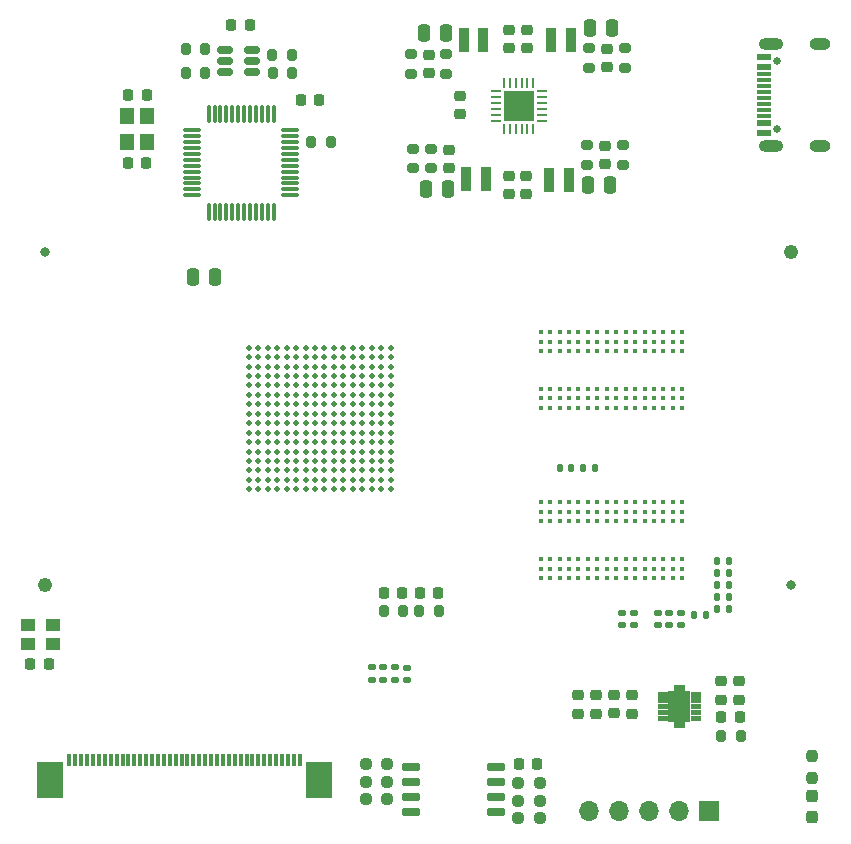
<source format=gbr>
%TF.GenerationSoftware,KiCad,Pcbnew,8.0.6*%
%TF.CreationDate,2025-01-06T00:07:23+08:00*%
%TF.ProjectId,ECP5_DEV_BOARD,45435035-5f44-4455-965f-424f4152442e,rev?*%
%TF.SameCoordinates,Original*%
%TF.FileFunction,Soldermask,Top*%
%TF.FilePolarity,Negative*%
%FSLAX46Y46*%
G04 Gerber Fmt 4.6, Leading zero omitted, Abs format (unit mm)*
G04 Created by KiCad (PCBNEW 8.0.6) date 2025-01-06 00:07:23*
%MOMM*%
%LPD*%
G01*
G04 APERTURE LIST*
G04 Aperture macros list*
%AMRoundRect*
0 Rectangle with rounded corners*
0 $1 Rounding radius*
0 $2 $3 $4 $5 $6 $7 $8 $9 X,Y pos of 4 corners*
0 Add a 4 corners polygon primitive as box body*
4,1,4,$2,$3,$4,$5,$6,$7,$8,$9,$2,$3,0*
0 Add four circle primitives for the rounded corners*
1,1,$1+$1,$2,$3*
1,1,$1+$1,$4,$5*
1,1,$1+$1,$6,$7*
1,1,$1+$1,$8,$9*
0 Add four rect primitives between the rounded corners*
20,1,$1+$1,$2,$3,$4,$5,0*
20,1,$1+$1,$4,$5,$6,$7,0*
20,1,$1+$1,$6,$7,$8,$9,0*
20,1,$1+$1,$8,$9,$2,$3,0*%
G04 Aperture macros list end*
%ADD10C,0.010000*%
%ADD11RoundRect,0.237500X-0.250000X-0.237500X0.250000X-0.237500X0.250000X0.237500X-0.250000X0.237500X0*%
%ADD12RoundRect,0.250000X-0.250000X-0.475000X0.250000X-0.475000X0.250000X0.475000X-0.250000X0.475000X0*%
%ADD13RoundRect,0.225000X0.250000X-0.225000X0.250000X0.225000X-0.250000X0.225000X-0.250000X-0.225000X0*%
%ADD14RoundRect,0.225000X-0.250000X0.225000X-0.250000X-0.225000X0.250000X-0.225000X0.250000X0.225000X0*%
%ADD15R,0.850000X2.000000*%
%ADD16RoundRect,0.200000X0.275000X-0.200000X0.275000X0.200000X-0.275000X0.200000X-0.275000X-0.200000X0*%
%ADD17RoundRect,0.135000X-0.135000X-0.185000X0.135000X-0.185000X0.135000X0.185000X-0.135000X0.185000X0*%
%ADD18RoundRect,0.200000X-0.275000X0.200000X-0.275000X-0.200000X0.275000X-0.200000X0.275000X0.200000X0*%
%ADD19RoundRect,0.225000X-0.225000X-0.250000X0.225000X-0.250000X0.225000X0.250000X-0.225000X0.250000X0*%
%ADD20RoundRect,0.237500X0.250000X0.237500X-0.250000X0.237500X-0.250000X-0.237500X0.250000X-0.237500X0*%
%ADD21RoundRect,0.075000X-0.662500X-0.075000X0.662500X-0.075000X0.662500X0.075000X-0.662500X0.075000X0*%
%ADD22RoundRect,0.075000X-0.075000X-0.662500X0.075000X-0.662500X0.075000X0.662500X-0.075000X0.662500X0*%
%ADD23RoundRect,0.200000X0.200000X0.275000X-0.200000X0.275000X-0.200000X-0.275000X0.200000X-0.275000X0*%
%ADD24RoundRect,0.237500X0.237500X-0.287500X0.237500X0.287500X-0.237500X0.287500X-0.237500X-0.287500X0*%
%ADD25C,0.400000*%
%ADD26RoundRect,0.135000X-0.185000X0.135000X-0.185000X-0.135000X0.185000X-0.135000X0.185000X0.135000X0*%
%ADD27C,0.470000*%
%ADD28RoundRect,0.135000X0.135000X0.185000X-0.135000X0.185000X-0.135000X-0.185000X0.135000X-0.185000X0*%
%ADD29RoundRect,0.218750X-0.218750X-0.256250X0.218750X-0.256250X0.218750X0.256250X-0.218750X0.256250X0*%
%ADD30RoundRect,0.225000X0.225000X0.250000X-0.225000X0.250000X-0.225000X-0.250000X0.225000X-0.250000X0*%
%ADD31C,0.650000*%
%ADD32R,1.240000X0.600000*%
%ADD33R,1.240000X0.300000*%
%ADD34O,2.100000X1.000000*%
%ADD35O,1.800000X1.000000*%
%ADD36RoundRect,0.200000X-0.200000X-0.275000X0.200000X-0.275000X0.200000X0.275000X-0.200000X0.275000X0*%
%ADD37RoundRect,0.062500X-0.375000X-0.062500X0.375000X-0.062500X0.375000X0.062500X-0.375000X0.062500X0*%
%ADD38RoundRect,0.062500X-0.062500X-0.375000X0.062500X-0.375000X0.062500X0.375000X-0.062500X0.375000X0*%
%ADD39R,2.500000X2.500000*%
%ADD40RoundRect,0.150000X-0.650000X-0.150000X0.650000X-0.150000X0.650000X0.150000X-0.650000X0.150000X0*%
%ADD41R,1.700000X1.700000*%
%ADD42O,1.700000X1.700000*%
%ADD43R,0.300000X1.100000*%
%ADD44R,2.300000X3.100000*%
%ADD45RoundRect,0.150000X-0.512500X-0.150000X0.512500X-0.150000X0.512500X0.150000X-0.512500X0.150000X0*%
%ADD46RoundRect,0.140000X0.140000X0.170000X-0.140000X0.170000X-0.140000X-0.170000X0.140000X-0.170000X0*%
%ADD47R,1.300000X1.100000*%
%ADD48RoundRect,0.237500X0.237500X-0.250000X0.237500X0.250000X-0.237500X0.250000X-0.237500X-0.250000X0*%
%ADD49R,1.200000X1.400000*%
%ADD50RoundRect,0.140000X-0.140000X-0.170000X0.140000X-0.170000X0.140000X0.170000X-0.140000X0.170000X0*%
%ADD51C,0.830000*%
%ADD52C,1.230000*%
G04 APERTURE END LIST*
D10*
%TO.C,U9*%
X146670000Y-126440000D02*
X145930000Y-126440000D01*
X145930000Y-126060000D01*
X146670000Y-126060000D01*
X146670000Y-126440000D01*
G36*
X146670000Y-126440000D02*
G01*
X145930000Y-126440000D01*
X145930000Y-126060000D01*
X146670000Y-126060000D01*
X146670000Y-126440000D01*
G37*
X146670000Y-126940000D02*
X145930000Y-126940000D01*
X145930000Y-126560000D01*
X146670000Y-126560000D01*
X146670000Y-126940000D01*
G36*
X146670000Y-126940000D02*
G01*
X145930000Y-126940000D01*
X145930000Y-126560000D01*
X146670000Y-126560000D01*
X146670000Y-126940000D01*
G37*
X146670000Y-127440000D02*
X145930000Y-127440000D01*
X145930000Y-127060000D01*
X146670000Y-127060000D01*
X146670000Y-127440000D01*
G36*
X146670000Y-127440000D02*
G01*
X145930000Y-127440000D01*
X145930000Y-127060000D01*
X146670000Y-127060000D01*
X146670000Y-127440000D01*
G37*
X146670000Y-127940000D02*
X145930000Y-127940000D01*
X145930000Y-127560000D01*
X146670000Y-127560000D01*
X146670000Y-127940000D01*
G36*
X146670000Y-127940000D02*
G01*
X145930000Y-127940000D01*
X145930000Y-127560000D01*
X146670000Y-127560000D01*
X146670000Y-127940000D01*
G37*
X146670000Y-128440000D02*
X145930000Y-128440000D01*
X145930000Y-128060000D01*
X146670000Y-128060000D01*
X146670000Y-128440000D01*
G36*
X146670000Y-128440000D02*
G01*
X145930000Y-128440000D01*
X145930000Y-128060000D01*
X146670000Y-128060000D01*
X146670000Y-128440000D01*
G37*
X149470000Y-126440000D02*
X148730000Y-126440000D01*
X148730000Y-126060000D01*
X149470000Y-126060000D01*
X149470000Y-126440000D01*
G36*
X149470000Y-126440000D02*
G01*
X148730000Y-126440000D01*
X148730000Y-126060000D01*
X149470000Y-126060000D01*
X149470000Y-126440000D01*
G37*
X149470000Y-126940000D02*
X148730000Y-126940000D01*
X148730000Y-126560000D01*
X149470000Y-126560000D01*
X149470000Y-126940000D01*
G36*
X149470000Y-126940000D02*
G01*
X148730000Y-126940000D01*
X148730000Y-126560000D01*
X149470000Y-126560000D01*
X149470000Y-126940000D01*
G37*
X149470000Y-127440000D02*
X148730000Y-127440000D01*
X148730000Y-127060000D01*
X149470000Y-127060000D01*
X149470000Y-127440000D01*
G36*
X149470000Y-127440000D02*
G01*
X148730000Y-127440000D01*
X148730000Y-127060000D01*
X149470000Y-127060000D01*
X149470000Y-127440000D01*
G37*
X149470000Y-127940000D02*
X148730000Y-127940000D01*
X148730000Y-127560000D01*
X149470000Y-127560000D01*
X149470000Y-127940000D01*
G36*
X149470000Y-127940000D02*
G01*
X148730000Y-127940000D01*
X148730000Y-127560000D01*
X149470000Y-127560000D01*
X149470000Y-127940000D01*
G37*
X149470000Y-128440000D02*
X148730000Y-128440000D01*
X148730000Y-128060000D01*
X149470000Y-128060000D01*
X149470000Y-128440000D01*
G36*
X149470000Y-128440000D02*
G01*
X148730000Y-128440000D01*
X148730000Y-128060000D01*
X149470000Y-128060000D01*
X149470000Y-128440000D01*
G37*
X147645000Y-125980000D02*
X147755000Y-125980000D01*
X147755000Y-125480000D01*
X148145000Y-125480000D01*
X148145000Y-125980000D01*
X148595000Y-125980000D01*
X148595000Y-128520000D01*
X148145000Y-128520000D01*
X148145000Y-129020000D01*
X147755000Y-129020000D01*
X147755000Y-128520000D01*
X147645000Y-128520000D01*
X147645000Y-129020000D01*
X147255000Y-129020000D01*
X147255000Y-128520000D01*
X146805000Y-128520000D01*
X146805000Y-125980000D01*
X147255000Y-125980000D01*
X147255000Y-125480000D01*
X147645000Y-125480000D01*
X147645000Y-125980000D01*
G36*
X147645000Y-125980000D02*
G01*
X147755000Y-125980000D01*
X147755000Y-125480000D01*
X148145000Y-125480000D01*
X148145000Y-125980000D01*
X148595000Y-125980000D01*
X148595000Y-128520000D01*
X148145000Y-128520000D01*
X148145000Y-129020000D01*
X147755000Y-129020000D01*
X147755000Y-128520000D01*
X147645000Y-128520000D01*
X147645000Y-129020000D01*
X147255000Y-129020000D01*
X147255000Y-128520000D01*
X146805000Y-128520000D01*
X146805000Y-125980000D01*
X147255000Y-125980000D01*
X147255000Y-125480000D01*
X147645000Y-125480000D01*
X147645000Y-125980000D01*
G37*
%TD*%
D11*
%TO.C,R47*%
X134097500Y-136747500D03*
X135922500Y-136747500D03*
%TD*%
D12*
%TO.C,C26*%
X126112500Y-70275000D03*
X128012500Y-70275000D03*
%TD*%
D13*
%TO.C,C22*%
X141450000Y-81375000D03*
X141450000Y-79825000D03*
%TD*%
D14*
%TO.C,C24*%
X141612500Y-71600000D03*
X141612500Y-73150000D03*
%TD*%
%TO.C,C30*%
X133312500Y-70000000D03*
X133312500Y-71550000D03*
%TD*%
D15*
%TO.C,L2*%
X129687500Y-82600000D03*
X131337500Y-82600000D03*
%TD*%
D16*
%TO.C,R40*%
X143112500Y-73200000D03*
X143112500Y-71550000D03*
%TD*%
D17*
%TO.C,R14*%
X150890000Y-119000000D03*
X151910000Y-119000000D03*
%TD*%
D18*
%TO.C,R41*%
X128012500Y-72050000D03*
X128012500Y-73700000D03*
%TD*%
D14*
%TO.C,C21*%
X142200000Y-126325000D03*
X142200000Y-127875000D03*
%TD*%
D19*
%TO.C,C3*%
X122750000Y-117700000D03*
X124300000Y-117700000D03*
%TD*%
D20*
%TO.C,R48*%
X123022500Y-135147500D03*
X121197500Y-135147500D03*
%TD*%
D21*
%TO.C,U11*%
X106475000Y-78500001D03*
X106475000Y-79000001D03*
X106475000Y-79500001D03*
X106475000Y-80000002D03*
X106475000Y-80500001D03*
X106475000Y-81000001D03*
X106475000Y-81500001D03*
X106475000Y-82000001D03*
X106475000Y-82500000D03*
X106475000Y-83000001D03*
X106475000Y-83500001D03*
X106475000Y-84000001D03*
D22*
X107887500Y-85412501D03*
X108387500Y-85412501D03*
X108887500Y-85412501D03*
X109387501Y-85412501D03*
X109887500Y-85412501D03*
X110387500Y-85412501D03*
X110887500Y-85412501D03*
X111387500Y-85412501D03*
X111887499Y-85412501D03*
X112387500Y-85412501D03*
X112887500Y-85412501D03*
X113387500Y-85412501D03*
D21*
X114800000Y-84000001D03*
X114800000Y-83500001D03*
X114800000Y-83000001D03*
X114800000Y-82500000D03*
X114800000Y-82000001D03*
X114800000Y-81500001D03*
X114800000Y-81000001D03*
X114800000Y-80500001D03*
X114800000Y-80000002D03*
X114800000Y-79500001D03*
X114800000Y-79000001D03*
X114800000Y-78500001D03*
D22*
X113387500Y-77087501D03*
X112887500Y-77087501D03*
X112387500Y-77087501D03*
X111887499Y-77087501D03*
X111387500Y-77087501D03*
X110887500Y-77087501D03*
X110387500Y-77087501D03*
X109887500Y-77087501D03*
X109387501Y-77087501D03*
X108887500Y-77087501D03*
X108387500Y-77087501D03*
X107887500Y-77087501D03*
%TD*%
D13*
%TO.C,C33*%
X133300000Y-83900000D03*
X133300000Y-82350000D03*
%TD*%
D23*
%TO.C,R60*%
X118225000Y-79500000D03*
X116575000Y-79500000D03*
%TD*%
D14*
%TO.C,C43*%
X151300000Y-125150000D03*
X151300000Y-126700000D03*
%TD*%
D24*
%TO.C,D1*%
X158935000Y-136650000D03*
X158935000Y-134900000D03*
%TD*%
D16*
%TO.C,R42*%
X125012500Y-73700000D03*
X125012500Y-72050000D03*
%TD*%
D12*
%TO.C,C44*%
X106550000Y-90900000D03*
X108450000Y-90900000D03*
%TD*%
D25*
%TO.C,U1*%
X136000000Y-102000000D03*
X136000000Y-101200000D03*
X136000000Y-100400000D03*
X136000000Y-97200000D03*
X136000000Y-96400000D03*
X136000000Y-95600000D03*
X136800000Y-102000000D03*
X136800000Y-101200000D03*
X136800000Y-100400000D03*
X136800000Y-97200000D03*
X136800000Y-96400000D03*
X136800000Y-95600000D03*
X137600000Y-102000000D03*
X137600000Y-101200000D03*
X137600000Y-100400000D03*
X137600000Y-97200000D03*
X137600000Y-96400000D03*
X137600000Y-95600000D03*
X138400000Y-102000000D03*
X138400000Y-101200000D03*
X138400000Y-100400000D03*
X138400000Y-97200000D03*
X138400000Y-96400000D03*
X138400000Y-95600000D03*
X139200000Y-102000000D03*
X139200000Y-101200000D03*
X139200000Y-100400000D03*
X139200000Y-97200000D03*
X139200000Y-96400000D03*
X139200000Y-95600000D03*
X140000000Y-102000000D03*
X140000000Y-101200000D03*
X140000000Y-100400000D03*
X140000000Y-97200000D03*
X140000000Y-96400000D03*
X140000000Y-95600000D03*
X140800000Y-102000000D03*
X140800000Y-101200000D03*
X140800000Y-100400000D03*
X140800000Y-97200000D03*
X140800000Y-96400000D03*
X140800000Y-95600000D03*
X141600000Y-102000000D03*
X141600000Y-101200000D03*
X141600000Y-100400000D03*
X141600000Y-97200000D03*
X141600000Y-96400000D03*
X141600000Y-95600000D03*
X142400000Y-102000000D03*
X142400000Y-101200000D03*
X142400000Y-100400000D03*
X142400000Y-97200000D03*
X142400000Y-96400000D03*
X142400000Y-95600000D03*
X143200000Y-102000000D03*
X143200000Y-101200000D03*
X143200000Y-100400000D03*
X143200000Y-97200000D03*
X143200000Y-96400000D03*
X143200000Y-95600000D03*
X144000000Y-102000000D03*
X144000000Y-101200000D03*
X144000000Y-100400000D03*
X144000000Y-97200000D03*
X144000000Y-96400000D03*
X144000000Y-95600000D03*
X144800000Y-102000000D03*
X144800000Y-101200000D03*
X144800000Y-100400000D03*
X144800000Y-97200000D03*
X144800000Y-96400000D03*
X144800000Y-95600000D03*
X145600000Y-102000000D03*
X145600000Y-101200000D03*
X145600000Y-100400000D03*
X145600000Y-97200000D03*
X145600000Y-96400000D03*
X145600000Y-95600000D03*
X146400000Y-102000000D03*
X146400000Y-101200000D03*
X146400000Y-100400000D03*
X146400000Y-97200000D03*
X146400000Y-96400000D03*
X146400000Y-95600000D03*
X147200000Y-102000000D03*
X147200000Y-101200000D03*
X147200000Y-100400000D03*
X147200000Y-97200000D03*
X147200000Y-96400000D03*
X147200000Y-95600000D03*
X148000000Y-102000000D03*
X148000000Y-101200000D03*
X148000000Y-100400000D03*
X148000000Y-97200000D03*
X148000000Y-96400000D03*
X148000000Y-95600000D03*
%TD*%
D26*
%TO.C,R43*%
X122690000Y-123980000D03*
X122690000Y-125000000D03*
%TD*%
D19*
%TO.C,C4*%
X125775000Y-117700000D03*
X127325000Y-117700000D03*
%TD*%
D23*
%TO.C,R65*%
X107625000Y-73650000D03*
X105975000Y-73650000D03*
%TD*%
D17*
%TO.C,R22*%
X150890000Y-115000000D03*
X151910000Y-115000000D03*
%TD*%
D11*
%TO.C,R51*%
X134097500Y-135247500D03*
X135922500Y-135247500D03*
%TD*%
D14*
%TO.C,C31*%
X134812500Y-70000000D03*
X134812500Y-71550000D03*
%TD*%
D27*
%TO.C,U3*%
X111300000Y-96900000D03*
X112100000Y-96900000D03*
X112900000Y-96900000D03*
X113700000Y-96900000D03*
X114500000Y-96900000D03*
X115300000Y-96900000D03*
X116100000Y-96900000D03*
X116900000Y-96900000D03*
X117700000Y-96900000D03*
X118500000Y-96900000D03*
X119300000Y-96900000D03*
X120100000Y-96900000D03*
X120900000Y-96900000D03*
X121700000Y-96900000D03*
X122500000Y-96900000D03*
X123300000Y-96900000D03*
X111300000Y-97700000D03*
X112100000Y-97700000D03*
X112900000Y-97700000D03*
X113700000Y-97700000D03*
X114500000Y-97700000D03*
X115300000Y-97700000D03*
X116100000Y-97700000D03*
X116900000Y-97700000D03*
X117700000Y-97700000D03*
X118500000Y-97700000D03*
X119300000Y-97700000D03*
X120100000Y-97700000D03*
X120900000Y-97700000D03*
X121700000Y-97700000D03*
X122500000Y-97700000D03*
X123300000Y-97700000D03*
X111300000Y-98500000D03*
X112100000Y-98500000D03*
X112900000Y-98500000D03*
X113700000Y-98500000D03*
X114500000Y-98500000D03*
X115300000Y-98500000D03*
X116100000Y-98500000D03*
X116900000Y-98500000D03*
X117700000Y-98500000D03*
X118500000Y-98500000D03*
X119300000Y-98500000D03*
X120100000Y-98500000D03*
X120900000Y-98500000D03*
X121700000Y-98500000D03*
X122500000Y-98500000D03*
X123300000Y-98500000D03*
X111300000Y-99300000D03*
X112100000Y-99300000D03*
X112900000Y-99300000D03*
X113700000Y-99300000D03*
X114500000Y-99300000D03*
X115300000Y-99300000D03*
X116100000Y-99300000D03*
X116900000Y-99300000D03*
X117700000Y-99300000D03*
X118500000Y-99300000D03*
X119300000Y-99300000D03*
X120100000Y-99300000D03*
X120900000Y-99300000D03*
X121700000Y-99300000D03*
X122500000Y-99300000D03*
X123300000Y-99300000D03*
X111300000Y-100100000D03*
X112100000Y-100100000D03*
X112900000Y-100100000D03*
X113700000Y-100100000D03*
X114500000Y-100100000D03*
X115300000Y-100100000D03*
X116100000Y-100100000D03*
X116900000Y-100100000D03*
X117700000Y-100100000D03*
X118500000Y-100100000D03*
X119300000Y-100100000D03*
X120100000Y-100100000D03*
X120900000Y-100100000D03*
X121700000Y-100100000D03*
X122500000Y-100100000D03*
X123300000Y-100100000D03*
X111300000Y-100900000D03*
X112100000Y-100900000D03*
X112900000Y-100900000D03*
X113700000Y-100900000D03*
X114500000Y-100900000D03*
X115300000Y-100900000D03*
X116100000Y-100900000D03*
X116900000Y-100900000D03*
X117700000Y-100900000D03*
X118500000Y-100900000D03*
X119300000Y-100900000D03*
X120100000Y-100900000D03*
X120900000Y-100900000D03*
X121700000Y-100900000D03*
X122500000Y-100900000D03*
X123300000Y-100900000D03*
X111300000Y-101700000D03*
X112100000Y-101700000D03*
X112900000Y-101700000D03*
X113700000Y-101700000D03*
X114500000Y-101700000D03*
X115300000Y-101700000D03*
X116100000Y-101700000D03*
X116900000Y-101700000D03*
X117700000Y-101700000D03*
X118500000Y-101700000D03*
X119300000Y-101700000D03*
X120100000Y-101700000D03*
X120900000Y-101700000D03*
X121700000Y-101700000D03*
X122500000Y-101700000D03*
X123300000Y-101700000D03*
X111300000Y-102500000D03*
X112100000Y-102500000D03*
X112900000Y-102500000D03*
X113700000Y-102500000D03*
X114500000Y-102500000D03*
X115300000Y-102500000D03*
X116100000Y-102500000D03*
X116900000Y-102500000D03*
X117700000Y-102500000D03*
X118500000Y-102500000D03*
X119300000Y-102500000D03*
X120100000Y-102500000D03*
X120900000Y-102500000D03*
X121700000Y-102500000D03*
X122500000Y-102500000D03*
X123300000Y-102500000D03*
X111300000Y-103300000D03*
X112100000Y-103300000D03*
X112900000Y-103300000D03*
X113700000Y-103300000D03*
X114500000Y-103300000D03*
X115300000Y-103300000D03*
X116100000Y-103300000D03*
X116900000Y-103300000D03*
X117700000Y-103300000D03*
X118500000Y-103300000D03*
X119300000Y-103300000D03*
X120100000Y-103300000D03*
X120900000Y-103300000D03*
X121700000Y-103300000D03*
X122500000Y-103300000D03*
X123300000Y-103300000D03*
X111300000Y-104100000D03*
X112100000Y-104100000D03*
X112900000Y-104100000D03*
X113700000Y-104100000D03*
X114500000Y-104100000D03*
X115300000Y-104100000D03*
X116100000Y-104100000D03*
X116900000Y-104100000D03*
X117700000Y-104100000D03*
X118500000Y-104100000D03*
X119300000Y-104100000D03*
X120100000Y-104100000D03*
X120900000Y-104100000D03*
X121700000Y-104100000D03*
X122500000Y-104100000D03*
X123300000Y-104100000D03*
X111300000Y-104900000D03*
X112100000Y-104900000D03*
X112900000Y-104900000D03*
X113700000Y-104900000D03*
X114500000Y-104900000D03*
X115300000Y-104900000D03*
X116100000Y-104900000D03*
X116900000Y-104900000D03*
X117700000Y-104900000D03*
X118500000Y-104900000D03*
X119300000Y-104900000D03*
X120100000Y-104900000D03*
X120900000Y-104900000D03*
X121700000Y-104900000D03*
X122500000Y-104900000D03*
X123300000Y-104900000D03*
X111300000Y-105700000D03*
X112100000Y-105700000D03*
X112900000Y-105700000D03*
X113700000Y-105700000D03*
X114500000Y-105700000D03*
X115300000Y-105700000D03*
X116100000Y-105700000D03*
X116900000Y-105700000D03*
X117700000Y-105700000D03*
X118500000Y-105700000D03*
X119300000Y-105700000D03*
X120100000Y-105700000D03*
X120900000Y-105700000D03*
X121700000Y-105700000D03*
X122500000Y-105700000D03*
X123300000Y-105700000D03*
X111300000Y-106500000D03*
X112100000Y-106500000D03*
X112900000Y-106500000D03*
X113700000Y-106500000D03*
X114500000Y-106500000D03*
X115300000Y-106500000D03*
X116100000Y-106500000D03*
X116900000Y-106500000D03*
X117700000Y-106500000D03*
X118500000Y-106500000D03*
X119300000Y-106500000D03*
X120100000Y-106500000D03*
X120900000Y-106500000D03*
X121700000Y-106500000D03*
X122500000Y-106500000D03*
X123300000Y-106500000D03*
X111300000Y-107300000D03*
X112100000Y-107300000D03*
X112900000Y-107300000D03*
X113700000Y-107300000D03*
X114500000Y-107300000D03*
X115300000Y-107300000D03*
X116100000Y-107300000D03*
X116900000Y-107300000D03*
X117700000Y-107300000D03*
X118500000Y-107300000D03*
X119300000Y-107300000D03*
X120100000Y-107300000D03*
X120900000Y-107300000D03*
X121700000Y-107300000D03*
X122500000Y-107300000D03*
X123300000Y-107300000D03*
X111300000Y-108100000D03*
X112100000Y-108100000D03*
X112900000Y-108100000D03*
X113700000Y-108100000D03*
X114500000Y-108100000D03*
X115300000Y-108100000D03*
X116100000Y-108100000D03*
X116900000Y-108100000D03*
X117700000Y-108100000D03*
X118500000Y-108100000D03*
X119300000Y-108100000D03*
X120100000Y-108100000D03*
X120900000Y-108100000D03*
X121700000Y-108100000D03*
X122500000Y-108100000D03*
X123300000Y-108100000D03*
X111300000Y-108900000D03*
X112100000Y-108900000D03*
X112900000Y-108900000D03*
X113700000Y-108900000D03*
X114500000Y-108900000D03*
X115300000Y-108900000D03*
X116100000Y-108900000D03*
X116900000Y-108900000D03*
X117700000Y-108900000D03*
X118500000Y-108900000D03*
X119300000Y-108900000D03*
X120100000Y-108900000D03*
X120900000Y-108900000D03*
X121700000Y-108900000D03*
X122500000Y-108900000D03*
X123300000Y-108900000D03*
%TD*%
D26*
%TO.C,R10*%
X146900000Y-119400000D03*
X146900000Y-120420000D03*
%TD*%
D15*
%TO.C,L1*%
X138375000Y-82700000D03*
X136725000Y-82700000D03*
%TD*%
D28*
%TO.C,R34*%
X150010000Y-119500000D03*
X148990000Y-119500000D03*
%TD*%
D11*
%TO.C,R52*%
X134097500Y-133747500D03*
X135922500Y-133747500D03*
%TD*%
D26*
%TO.C,R23*%
X145900000Y-119400000D03*
X145900000Y-120420000D03*
%TD*%
D29*
%TO.C,D2*%
X151312500Y-128200000D03*
X152887500Y-128200000D03*
%TD*%
D16*
%TO.C,R37*%
X139950000Y-81425000D03*
X139950000Y-79775000D03*
%TD*%
D12*
%TO.C,C27*%
X140162500Y-69875000D03*
X142062500Y-69875000D03*
%TD*%
D30*
%TO.C,C52*%
X102625000Y-81300000D03*
X101075000Y-81300000D03*
%TD*%
D12*
%TO.C,C29*%
X126262500Y-83500000D03*
X128162500Y-83500000D03*
%TD*%
D31*
%TO.C,J1*%
X155995000Y-78390000D03*
X155995000Y-72610000D03*
D32*
X154875000Y-78700000D03*
X154875000Y-77900000D03*
D33*
X154875000Y-76750000D03*
X154875000Y-75750000D03*
X154875000Y-75250000D03*
X154875000Y-74250000D03*
D32*
X154875000Y-73100000D03*
X154875000Y-72300000D03*
X154875000Y-72300000D03*
X154875000Y-73100000D03*
D33*
X154875000Y-73750000D03*
X154875000Y-74750000D03*
X154875000Y-76250000D03*
X154875000Y-77250000D03*
D32*
X154875000Y-77900000D03*
X154875000Y-78700000D03*
D34*
X155475000Y-79820000D03*
D35*
X159675000Y-79820000D03*
D34*
X155475000Y-71180000D03*
D35*
X159675000Y-71180000D03*
%TD*%
D20*
%TO.C,R50*%
X123022500Y-132147500D03*
X121197500Y-132147500D03*
%TD*%
D36*
%TO.C,R66*%
X113275000Y-72150000D03*
X114925000Y-72150000D03*
%TD*%
D17*
%TO.C,R16*%
X150890000Y-118000000D03*
X151910000Y-118000000D03*
%TD*%
D13*
%TO.C,C37*%
X134800000Y-83900000D03*
X134800000Y-82350000D03*
%TD*%
D30*
%TO.C,C61*%
X111375000Y-69600000D03*
X109825000Y-69600000D03*
%TD*%
D37*
%TO.C,U4*%
X132200000Y-75200000D03*
X132200000Y-75700000D03*
X132200000Y-76200000D03*
X132200000Y-76700000D03*
X132200000Y-77200000D03*
X132200000Y-77700000D03*
D38*
X132887500Y-78387500D03*
X133387500Y-78387500D03*
X133887500Y-78387500D03*
X134387500Y-78387500D03*
X134887500Y-78387500D03*
X135387500Y-78387500D03*
D37*
X136075000Y-77700000D03*
X136075000Y-77200000D03*
X136075000Y-76700000D03*
X136075000Y-76200000D03*
X136075000Y-75700000D03*
X136075000Y-75200000D03*
D38*
X135387500Y-74512500D03*
X134887500Y-74512500D03*
X134387500Y-74512500D03*
X133887500Y-74512500D03*
X133387500Y-74512500D03*
X132887500Y-74512500D03*
D39*
X134137500Y-76450000D03*
%TD*%
D20*
%TO.C,R49*%
X123022500Y-133647500D03*
X121197500Y-133647500D03*
%TD*%
D18*
%TO.C,R35*%
X126712500Y-80075000D03*
X126712500Y-81725000D03*
%TD*%
D26*
%TO.C,R25*%
X124690000Y-123990000D03*
X124690000Y-125010000D03*
%TD*%
%TO.C,R29*%
X143900000Y-119380000D03*
X143900000Y-120400000D03*
%TD*%
%TO.C,R45*%
X121710000Y-123980000D03*
X121710000Y-125000000D03*
%TD*%
D14*
%TO.C,C47*%
X139200000Y-126335000D03*
X139200000Y-127885000D03*
%TD*%
D26*
%TO.C,R12*%
X147900000Y-119400000D03*
X147900000Y-120420000D03*
%TD*%
D14*
%TO.C,C42*%
X152810000Y-125150000D03*
X152810000Y-126700000D03*
%TD*%
D17*
%TO.C,R20*%
X150890000Y-117000000D03*
X151910000Y-117000000D03*
%TD*%
D36*
%TO.C,R67*%
X113300000Y-73650000D03*
X114950000Y-73650000D03*
%TD*%
D40*
%TO.C,U5*%
X125000000Y-132430000D03*
X125000000Y-133700000D03*
X125000000Y-134970000D03*
X125000000Y-136240000D03*
X132200000Y-136240000D03*
X132200000Y-134970000D03*
X132200000Y-133700000D03*
X132200000Y-132430000D03*
%TD*%
D41*
%TO.C,J4*%
X150220000Y-136100000D03*
D42*
X147680000Y-136100000D03*
X145140000Y-136100000D03*
X142600000Y-136100000D03*
X140060000Y-136100000D03*
%TD*%
D43*
%TO.C,J5*%
X96100000Y-131800000D03*
X96600000Y-131800000D03*
X97100000Y-131800000D03*
X97600000Y-131800000D03*
X98100000Y-131800000D03*
X98600000Y-131800000D03*
X99100000Y-131800000D03*
X99600000Y-131800000D03*
X100100000Y-131800000D03*
X100600000Y-131800000D03*
X101100000Y-131800000D03*
X101600000Y-131800000D03*
X102100000Y-131800000D03*
X102600000Y-131800000D03*
X103100000Y-131800000D03*
X103600000Y-131800000D03*
X104100000Y-131800000D03*
X104600000Y-131800000D03*
X105100000Y-131800000D03*
X105600000Y-131800000D03*
X106100000Y-131800000D03*
X106600000Y-131800000D03*
X107100000Y-131800000D03*
X107600000Y-131800000D03*
X108100000Y-131800000D03*
X108600000Y-131800000D03*
X109100000Y-131800000D03*
X109600000Y-131800000D03*
X110100000Y-131800000D03*
X110600000Y-131800000D03*
X111100000Y-131800000D03*
X111600000Y-131800000D03*
X112100000Y-131800000D03*
X112600000Y-131800000D03*
X113100000Y-131800000D03*
X113600000Y-131800000D03*
X114100000Y-131800000D03*
X114600000Y-131800000D03*
X115100000Y-131800000D03*
X115600000Y-131800000D03*
D44*
X94430000Y-133500000D03*
X117270000Y-133500000D03*
%TD*%
D45*
%TO.C,U15*%
X109300000Y-71700000D03*
X109300000Y-72650000D03*
X109300000Y-73600000D03*
X111575000Y-73600000D03*
X111575000Y-72650000D03*
X111575000Y-71700000D03*
%TD*%
D36*
%TO.C,R6*%
X125725000Y-119200000D03*
X127375000Y-119200000D03*
%TD*%
D46*
%TO.C,C10*%
X140580000Y-107100000D03*
X139620000Y-107100000D03*
%TD*%
D36*
%TO.C,R5*%
X122725000Y-119200000D03*
X124375000Y-119200000D03*
%TD*%
D13*
%TO.C,C32*%
X129212500Y-77150000D03*
X129212500Y-75600000D03*
%TD*%
D19*
%TO.C,C34*%
X92807500Y-123662500D03*
X94357500Y-123662500D03*
%TD*%
D17*
%TO.C,R19*%
X150890000Y-116000000D03*
X151910000Y-116000000D03*
%TD*%
D47*
%TO.C,X1*%
X92592500Y-121992500D03*
X94692500Y-121992500D03*
X94692500Y-120342500D03*
X92592500Y-120342500D03*
%TD*%
D15*
%TO.C,L3*%
X131137500Y-70875000D03*
X129487500Y-70875000D03*
%TD*%
D19*
%TO.C,C53*%
X101100000Y-75500000D03*
X102650000Y-75500000D03*
%TD*%
D14*
%TO.C,C19*%
X143700000Y-126335000D03*
X143700000Y-127885000D03*
%TD*%
D48*
%TO.C,R46*%
X159000000Y-133312500D03*
X159000000Y-131487500D03*
%TD*%
D14*
%TO.C,C25*%
X126512500Y-72100000D03*
X126512500Y-73650000D03*
%TD*%
D18*
%TO.C,R39*%
X140112500Y-71550000D03*
X140112500Y-73200000D03*
%TD*%
D49*
%TO.C,Y1*%
X101000000Y-77300000D03*
X101000000Y-79500000D03*
X102700000Y-79500000D03*
X102700000Y-77300000D03*
%TD*%
D18*
%TO.C,R38*%
X142950000Y-79775000D03*
X142950000Y-81425000D03*
%TD*%
D16*
%TO.C,R36*%
X125212500Y-81725000D03*
X125212500Y-80075000D03*
%TD*%
D14*
%TO.C,C41*%
X140700000Y-126335000D03*
X140700000Y-127885000D03*
%TD*%
D23*
%TO.C,R32*%
X152925000Y-129750000D03*
X151275000Y-129750000D03*
%TD*%
D25*
%TO.C,U2*%
X136000000Y-116400000D03*
X136000000Y-115600000D03*
X136000000Y-114800000D03*
X136000000Y-111600000D03*
X136000000Y-110800000D03*
X136000000Y-110000000D03*
X136800000Y-116400000D03*
X136800000Y-115600000D03*
X136800000Y-114800000D03*
X136800000Y-111600000D03*
X136800000Y-110800000D03*
X136800000Y-110000000D03*
X137600000Y-116400000D03*
X137600000Y-115600000D03*
X137600000Y-114800000D03*
X137600000Y-111600000D03*
X137600000Y-110800000D03*
X137600000Y-110000000D03*
X138400000Y-116400000D03*
X138400000Y-115600000D03*
X138400000Y-114800000D03*
X138400000Y-111600000D03*
X138400000Y-110800000D03*
X138400000Y-110000000D03*
X139200000Y-116400000D03*
X139200000Y-115600000D03*
X139200000Y-114800000D03*
X139200000Y-111600000D03*
X139200000Y-110800000D03*
X139200000Y-110000000D03*
X140000000Y-116400000D03*
X140000000Y-115600000D03*
X140000000Y-114800000D03*
X140000000Y-111600000D03*
X140000000Y-110800000D03*
X140000000Y-110000000D03*
X140800000Y-116400000D03*
X140800000Y-115600000D03*
X140800000Y-114800000D03*
X140800000Y-111600000D03*
X140800000Y-110800000D03*
X140800000Y-110000000D03*
X141600000Y-116400000D03*
X141600000Y-115600000D03*
X141600000Y-114800000D03*
X141600000Y-111600000D03*
X141600000Y-110800000D03*
X141600000Y-110000000D03*
X142400000Y-116400000D03*
X142400000Y-115600000D03*
X142400000Y-114800000D03*
X142400000Y-111600000D03*
X142400000Y-110800000D03*
X142400000Y-110000000D03*
X143200000Y-116400000D03*
X143200000Y-115600000D03*
X143200000Y-114800000D03*
X143200000Y-111600000D03*
X143200000Y-110800000D03*
X143200000Y-110000000D03*
X144000000Y-116400000D03*
X144000000Y-115600000D03*
X144000000Y-114800000D03*
X144000000Y-111600000D03*
X144000000Y-110800000D03*
X144000000Y-110000000D03*
X144800000Y-116400000D03*
X144800000Y-115600000D03*
X144800000Y-114800000D03*
X144800000Y-111600000D03*
X144800000Y-110800000D03*
X144800000Y-110000000D03*
X145600000Y-116400000D03*
X145600000Y-115600000D03*
X145600000Y-114800000D03*
X145600000Y-111600000D03*
X145600000Y-110800000D03*
X145600000Y-110000000D03*
X146400000Y-116400000D03*
X146400000Y-115600000D03*
X146400000Y-114800000D03*
X146400000Y-111600000D03*
X146400000Y-110800000D03*
X146400000Y-110000000D03*
X147200000Y-116400000D03*
X147200000Y-115600000D03*
X147200000Y-114800000D03*
X147200000Y-111600000D03*
X147200000Y-110800000D03*
X147200000Y-110000000D03*
X148000000Y-116400000D03*
X148000000Y-115600000D03*
X148000000Y-114800000D03*
X148000000Y-111600000D03*
X148000000Y-110800000D03*
X148000000Y-110000000D03*
%TD*%
D12*
%TO.C,C28*%
X140000000Y-83100000D03*
X141900000Y-83100000D03*
%TD*%
D15*
%TO.C,L4*%
X136887500Y-70875000D03*
X138537500Y-70875000D03*
%TD*%
D50*
%TO.C,C11*%
X137620000Y-107100000D03*
X138580000Y-107100000D03*
%TD*%
D14*
%TO.C,C23*%
X128212500Y-80125000D03*
X128212500Y-81675000D03*
%TD*%
D26*
%TO.C,R44*%
X123700000Y-123980000D03*
X123700000Y-125000000D03*
%TD*%
D36*
%TO.C,R64*%
X105975000Y-71650000D03*
X107625000Y-71650000D03*
%TD*%
D30*
%TO.C,C35*%
X135725000Y-132150000D03*
X134175000Y-132150000D03*
%TD*%
D26*
%TO.C,R30*%
X142900000Y-119390000D03*
X142900000Y-120410000D03*
%TD*%
D19*
%TO.C,C54*%
X115675000Y-75950000D03*
X117225000Y-75950000D03*
%TD*%
D51*
%TO.C,J3*%
X157200000Y-117000000D03*
D52*
X157200000Y-88800000D03*
%TD*%
D51*
%TO.C,J2*%
X94000000Y-88800000D03*
D52*
X94000000Y-117000000D03*
%TD*%
M02*

</source>
